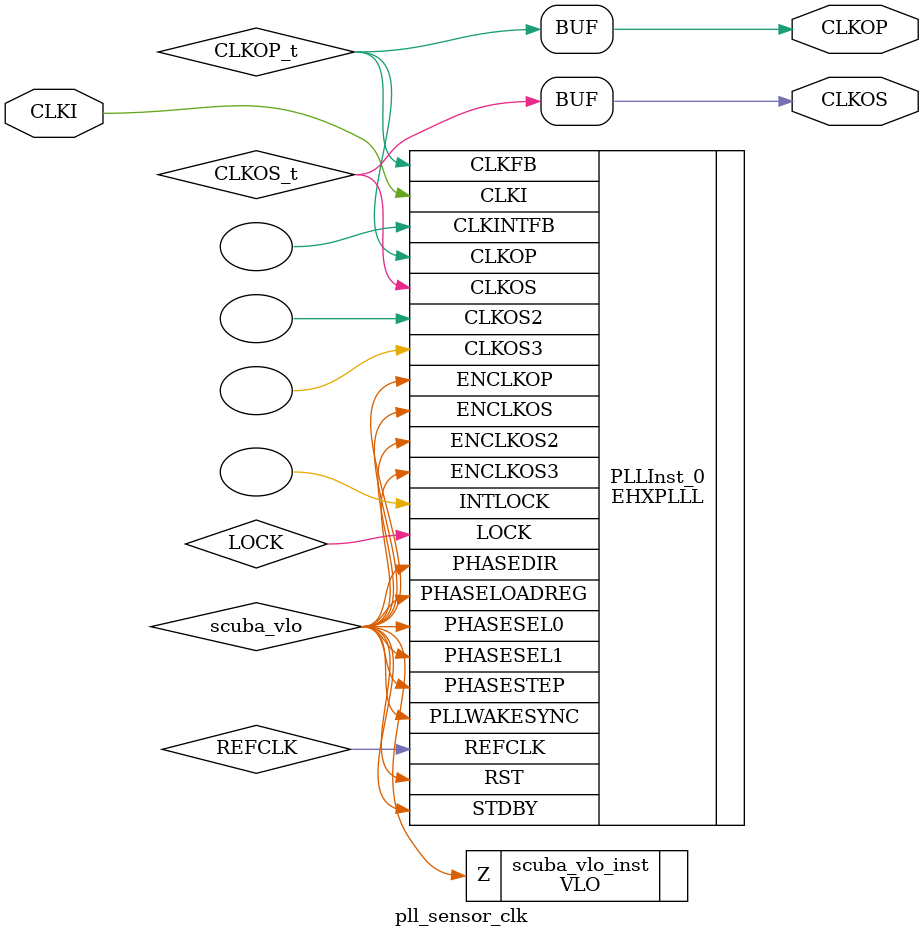
<source format=v>
/* Verilog netlist generated by SCUBA Diamond (64-bit) 3.11.0.396.4 */
/* Module Version: 5.7 */
/* /opt/lscc/diamond/3.11_x64/ispfpga/bin/lin64/scuba -w -n pll_sensor_clk -lang verilog -synth synplify -bus_exp 7 -bb -arch sa5p00m -type pll -fin 27 -fclkop 148.5 -fclkop_tol 5.0 -fclkos 148.5 -fclkos_tol 5.0 -phases 180 -phase_cntl STATIC -fb_mode 1 -fdc /home/andy/Downloads/tmp/colorbar_gen/clarity/PLL/pll_sensor_clk/pll_sensor_clk.fdc  */
/* Fri Apr 24 17:44:01 2020 */


`timescale 1 ns / 1 ps
module pll_sensor_clk (CLKI, CLKOP, CLKOS)/* synthesis NGD_DRC_MASK=1 */;
    input wire CLKI;
    output wire CLKOP;
    output wire CLKOS;

    wire REFCLK;
    wire LOCK;
    wire CLKOS_t;
    wire CLKOP_t;
    wire scuba_vhi;
    wire scuba_vlo;

    VHI scuba_vhi_inst (.Z(scuba_vhi));

    VLO scuba_vlo_inst (.Z(scuba_vlo));

    defparam PLLInst_0.PLLRST_ENA = "DISABLED" ;
    defparam PLLInst_0.INTFB_WAKE = "DISABLED" ;
    defparam PLLInst_0.STDBY_ENABLE = "DISABLED" ;
    defparam PLLInst_0.DPHASE_SOURCE = "DISABLED" ;
    defparam PLLInst_0.CLKOS3_FPHASE = 0 ;
    defparam PLLInst_0.CLKOS3_CPHASE = 0 ;
    defparam PLLInst_0.CLKOS2_FPHASE = 0 ;
    defparam PLLInst_0.CLKOS2_CPHASE = 0 ;
    defparam PLLInst_0.CLKOS_FPHASE = 0 ;
    defparam PLLInst_0.CLKOS_CPHASE = 5 ;
    defparam PLLInst_0.CLKOP_FPHASE = 0 ;
    defparam PLLInst_0.CLKOP_CPHASE = 3 ;
    defparam PLLInst_0.PLL_LOCK_MODE = 0 ;
    defparam PLLInst_0.CLKOS_TRIM_DELAY = 0 ;
    defparam PLLInst_0.CLKOS_TRIM_POL = "FALLING" ;
    defparam PLLInst_0.CLKOP_TRIM_DELAY = 0 ;
    defparam PLLInst_0.CLKOP_TRIM_POL = "FALLING" ;
    defparam PLLInst_0.OUTDIVIDER_MUXD = "DIVD" ;
    defparam PLLInst_0.CLKOS3_ENABLE = "DISABLED" ;
    defparam PLLInst_0.OUTDIVIDER_MUXC = "DIVC" ;
    defparam PLLInst_0.CLKOS2_ENABLE = "DISABLED" ;
    defparam PLLInst_0.OUTDIVIDER_MUXB = "DIVB" ;
    defparam PLLInst_0.CLKOS_ENABLE = "ENABLED" ;
    defparam PLLInst_0.OUTDIVIDER_MUXA = "DIVA" ;
    defparam PLLInst_0.CLKOP_ENABLE = "ENABLED" ;
    defparam PLLInst_0.CLKOS3_DIV = 1 ;
    defparam PLLInst_0.CLKOS2_DIV = 1 ;
    defparam PLLInst_0.CLKOS_DIV = 4 ;
    defparam PLLInst_0.CLKOP_DIV = 4 ;
    defparam PLLInst_0.CLKFB_DIV = 11 ;
    defparam PLLInst_0.CLKI_DIV = 2 ;
    defparam PLLInst_0.FEEDBK_PATH = "CLKOP" ;
    EHXPLLL PLLInst_0 (.CLKI(CLKI), .CLKFB(CLKOP_t), .PHASESEL1(scuba_vlo), 
        .PHASESEL0(scuba_vlo), .PHASEDIR(scuba_vlo), .PHASESTEP(scuba_vlo), 
        .PHASELOADREG(scuba_vlo), .STDBY(scuba_vlo), .PLLWAKESYNC(scuba_vlo), 
        .RST(scuba_vlo), .ENCLKOP(scuba_vlo), .ENCLKOS(scuba_vlo), .ENCLKOS2(scuba_vlo), 
        .ENCLKOS3(scuba_vlo), .CLKOP(CLKOP_t), .CLKOS(CLKOS_t), .CLKOS2(), 
        .CLKOS3(), .LOCK(LOCK), .INTLOCK(), .REFCLK(REFCLK), .CLKINTFB())
             /* synthesis FREQUENCY_PIN_CLKOS="148.500000" */
             /* synthesis FREQUENCY_PIN_CLKOP="148.500000" */
             /* synthesis FREQUENCY_PIN_CLKI="27.000000" */
             /* synthesis ICP_CURRENT="5" */
             /* synthesis LPF_RESISTOR="16" */;

    assign CLKOS = CLKOS_t;
    assign CLKOP = CLKOP_t;


    // exemplar begin
    // exemplar attribute PLLInst_0 FREQUENCY_PIN_CLKOS 148.500000
    // exemplar attribute PLLInst_0 FREQUENCY_PIN_CLKOP 148.500000
    // exemplar attribute PLLInst_0 FREQUENCY_PIN_CLKI 27.000000
    // exemplar attribute PLLInst_0 ICP_CURRENT 5
    // exemplar attribute PLLInst_0 LPF_RESISTOR 16
    // exemplar end

endmodule

</source>
